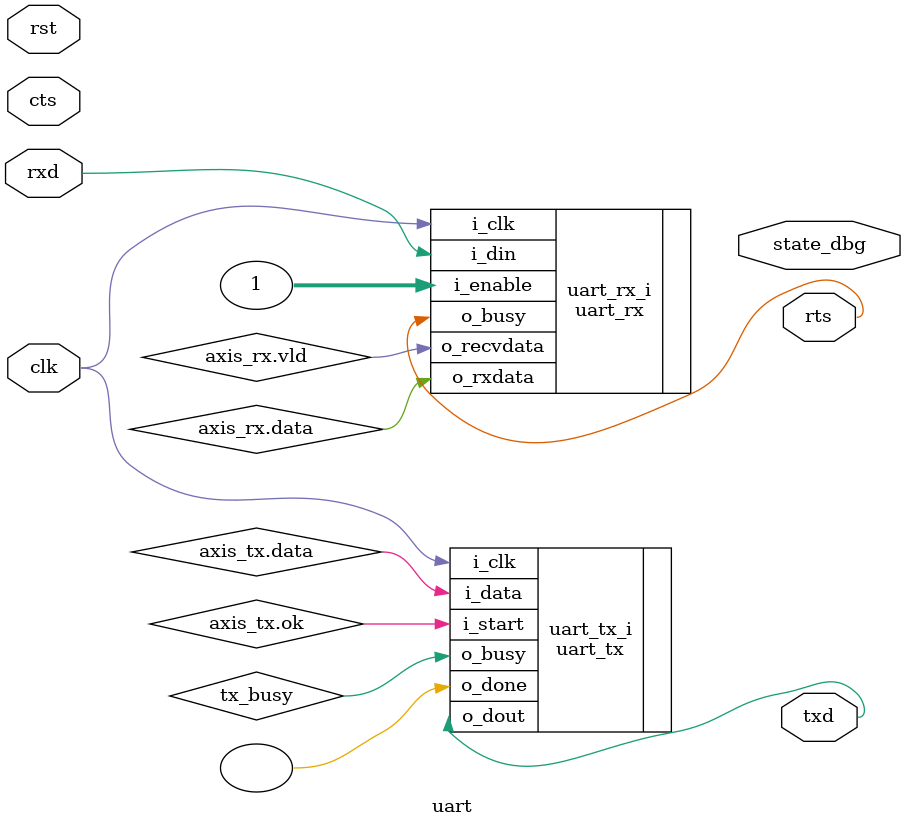
<source format=sv>
`include "axi.svh"

module uart #(
  parameter int CLKS_PER_BIT = 1
) (
  input  wire  clk,
  input  wire  rst,

  input  wire  rxd,       // rx pins
  output logic rts,

  output wire  txd,       // tx pins
  input  wire  cts,
  output logic [2:0] state_dbg, // TODO

  axis_if.master  axis_rx,   // received uart data
  axis_if.slave   axis_tx    // uart data to transmit
);

  uart_rx #(
    .TICKS_PER_BIT      (CLKS_PER_BIT),
    .TICKS_PER_BIT_SIZE ($bits(CLKS_PER_BIT))
  ) uart_rx_i (
    .i_clk      (clk),
    .i_enable   (1),
    .i_din      (rxd),
    .o_rxdata   (axis_rx.data),
    .o_recvdata (axis_rx.vld),
    .o_busy     (rts)
  );

  wire tx_busy;

  always_comb axis_tx.rdy = ~tx_busy;

  uart_tx #(
    .TICKS_PER_BIT      (CLKS_PER_BIT),
    .TICKS_PER_BIT_SIZE ($bits(CLKS_PER_BIT))
  ) uart_tx_i (
    .i_clk    (clk),
    .i_start  (axis_tx.ok),
    .i_data   (axis_tx.data),
    .o_done   ( ),
    .o_busy   (tx_busy),
    .o_dout   (txd)
  );

endmodule

</source>
